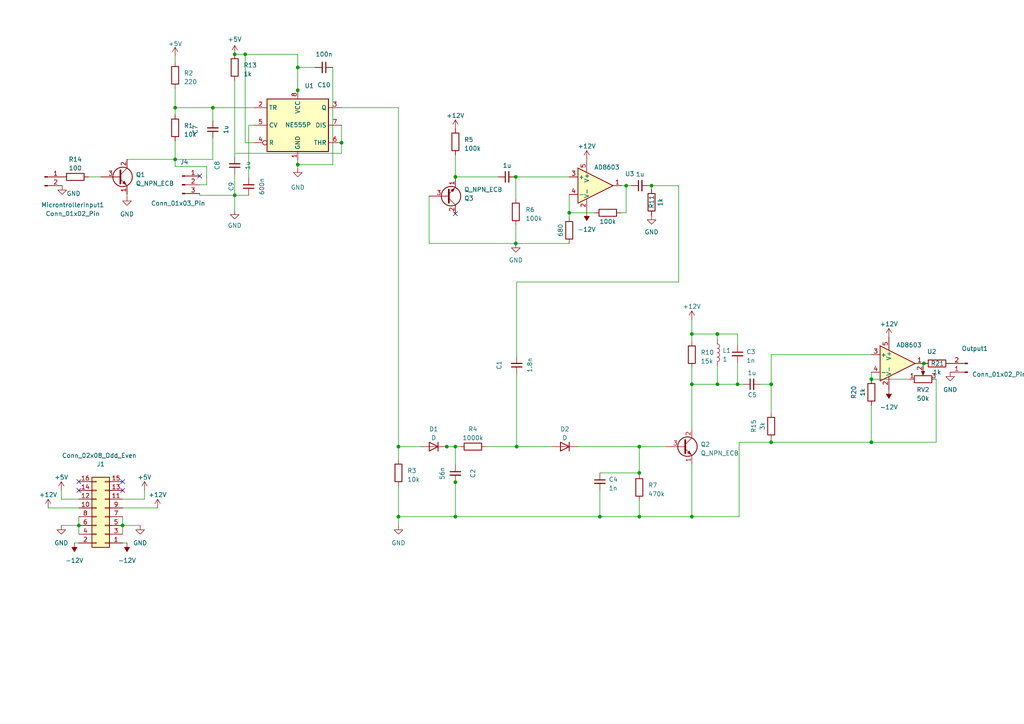
<source format=kicad_sch>
(kicad_sch (version 20230121) (generator eeschema)
  (paper "A4")
  (lib_symbols
    (symbol "Amplifier_Operational:AD8603" (pin_names (offset 0.127))
      (property "Reference" "U" (at 0 5.08 0))
      (property "Value" "AD8603" (at 0 -5.08 0))
      (symbol "AD8603_0_1"
        (polyline (pts (xy -5.08 5.08) (xy 5.08 0) (xy -5.08 -5.08) (xy -5.08 5.08)) (stroke (width 0.254)) (fill (type background)))
        (pin power_in line (at -2.54 -7.62 90) (length 3.81) (name "V-") (number "2"))
        (pin power_in line (at -2.54 7.62 270) (length 3.81) (name "V+") (number "5"))
      )
      (symbol "AD8603_1_1"
        (pin output line (at 7.62 0 180) (length 2.54) (name "~") (number "1"))
        (pin input line (at -7.62 2.54 0) (length 2.54) (name "+") (number "3"))
        (pin input line (at -7.62 -2.54 0) (length 2.54) (name "-") (number "4"))
      )
    )
    (symbol "Connector:Conn_01x02_Pin" (pin_names (offset 1.016) hide)
      (property "Reference" "J" (at 0 2.54 0))
      (property "Value" "Conn_01x02_Pin" (at 0 -5.08 0))
      (symbol "Conn_01x02_Pin_1_1"
        (polyline (pts (xy 1.27 -2.54) (xy 0.8636 -2.54)) (stroke (width 0.1524)))
        (polyline (pts (xy 1.27 0) (xy 0.8636 0)) (stroke (width 0.1524)))
        (rectangle (start 0.8636 -2.413) (end 0 -2.667) (stroke (width 0.1524)) (fill (type outline)))
        (rectangle (start 0.8636 0.127) (end 0 -0.127) (stroke (width 0.1524)) (fill (type outline)))
        (pin passive line (at 5.08 0 180) (length 3.81) (name "Pin_1") (number "1"))
        (pin passive line (at 5.08 -2.54 180) (length 3.81) (name "Pin_2") (number "2"))
      )
    )
    (symbol "Connector:Conn_01x03_Pin" (pin_names (offset 1.016) hide)
      (property "Reference" "J" (at 0 5.08 0))
      (property "Value" "Conn_01x03_Pin" (at 0 -5.08 0))
      (symbol "Conn_01x03_Pin_1_1"
        (polyline (pts (xy 1.27 -2.54) (xy 0.8636 -2.54)) (stroke (width 0.1524)))
        (polyline (pts (xy 1.27 0) (xy 0.8636 0)) (stroke (width 0.1524)))
        (polyline (pts (xy 1.27 2.54) (xy 0.8636 2.54)) (stroke (width 0.1524)))
        (rectangle (start 0.8636 -2.413) (end 0 -2.667) (stroke (width 0.1524)) (fill (type outline)))
        (rectangle (start 0.8636 0.127) (end 0 -0.127) (stroke (width 0.1524)) (fill (type outline)))
        (rectangle (start 0.8636 2.667) (end 0 2.413) (stroke (width 0.1524)) (fill (type outline)))
        (pin passive line (at 5.08 2.54 180) (length 3.81) (name "Pin_1") (number "1"))
        (pin passive line (at 5.08 0 180) (length 3.81) (name "Pin_2") (number "2"))
        (pin passive line (at 5.08 -2.54 180) (length 3.81) (name "Pin_3") (number "3"))
      )
    )
    (symbol "Connector_Generic:Conn_02x08_Odd_Even" (pin_names (offset 1.016) hide)
      (property "Reference" "J" (at 1.27 10.16 0))
      (property "Value" "Conn_02x08_Odd_Even" (at 1.27 -12.7 0))
      (symbol "Conn_02x08_Odd_Even_1_1"
        (rectangle (start -1.27 -10.033) (end 0 -10.287) (stroke (width 0.1524)))
        (rectangle (start -1.27 -7.493) (end 0 -7.747) (stroke (width 0.1524)))
        (rectangle (start -1.27 -4.953) (end 0 -5.207) (stroke (width 0.1524)))
        (rectangle (start -1.27 -2.413) (end 0 -2.667) (stroke (width 0.1524)))
        (rectangle (start -1.27 0.127) (end 0 -0.127) (stroke (width 0.1524)))
        (rectangle (start -1.27 2.667) (end 0 2.413) (stroke (width 0.1524)))
        (rectangle (start -1.27 5.207) (end 0 4.953) (stroke (width 0.1524)))
        (rectangle (start -1.27 7.747) (end 0 7.493) (stroke (width 0.1524)))
        (rectangle (start -1.27 8.89) (end 3.81 -11.43) (stroke (width 0.254)) (fill (type background)))
        (rectangle (start 3.81 -10.033) (end 2.54 -10.287) (stroke (width 0.1524)))
        (rectangle (start 3.81 -7.493) (end 2.54 -7.747) (stroke (width 0.1524)))
        (rectangle (start 3.81 -4.953) (end 2.54 -5.207) (stroke (width 0.1524)))
        (rectangle (start 3.81 -2.413) (end 2.54 -2.667) (stroke (width 0.1524)))
        (rectangle (start 3.81 0.127) (end 2.54 -0.127) (stroke (width 0.1524)))
        (rectangle (start 3.81 2.667) (end 2.54 2.413) (stroke (width 0.1524)))
        (rectangle (start 3.81 5.207) (end 2.54 4.953) (stroke (width 0.1524)))
        (rectangle (start 3.81 7.747) (end 2.54 7.493) (stroke (width 0.1524)))
        (pin passive line (at -5.08 7.62 0) (length 3.81) (name "Pin_1") (number "1"))
        (pin passive line (at 7.62 -2.54 180) (length 3.81) (name "Pin_10") (number "10"))
        (pin passive line (at -5.08 -5.08 0) (length 3.81) (name "Pin_11") (number "11"))
        (pin passive line (at 7.62 -5.08 180) (length 3.81) (name "Pin_12") (number "12"))
        (pin passive line (at -5.08 -7.62 0) (length 3.81) (name "Pin_13") (number "13"))
        (pin passive line (at 7.62 -7.62 180) (length 3.81) (name "Pin_14") (number "14"))
        (pin passive line (at -5.08 -10.16 0) (length 3.81) (name "Pin_15") (number "15"))
        (pin passive line (at 7.62 -10.16 180) (length 3.81) (name "Pin_16") (number "16"))
        (pin passive line (at 7.62 7.62 180) (length 3.81) (name "Pin_2") (number "2"))
        (pin passive line (at -5.08 5.08 0) (length 3.81) (name "Pin_3") (number "3"))
        (pin passive line (at 7.62 5.08 180) (length 3.81) (name "Pin_4") (number "4"))
        (pin passive line (at -5.08 2.54 0) (length 3.81) (name "Pin_5") (number "5"))
        (pin passive line (at 7.62 2.54 180) (length 3.81) (name "Pin_6") (number "6"))
        (pin passive line (at -5.08 0 0) (length 3.81) (name "Pin_7") (number "7"))
        (pin passive line (at 7.62 0 180) (length 3.81) (name "Pin_8") (number "8"))
        (pin passive line (at -5.08 -2.54 0) (length 3.81) (name "Pin_9") (number "9"))
      )
    )
    (symbol "Device:C_Small" (pin_numbers hide) (pin_names (offset 0.254) hide)
      (property "Reference" "C" (at 0.254 1.778 0))
      (property "Value" "C_Small" (at 0.254 -2.032 0))
      (symbol "C_Small_0_1"
        (polyline (pts (xy -1.524 -0.508) (xy 1.524 -0.508)) (stroke (width 0.3302)))
        (polyline (pts (xy -1.524 0.508) (xy 1.524 0.508)) (stroke (width 0.3048)))
      )
      (symbol "C_Small_1_1"
        (pin passive line (at 0 2.54 270) (length 2.032) (name "~") (number "1"))
        (pin passive line (at 0 -2.54 90) (length 2.032) (name "~") (number "2"))
      )
    )
    (symbol "Device:D" (pin_numbers hide) (pin_names (offset 1.016) hide)
      (property "Reference" "D" (at 0 2.54 0))
      (property "Value" "D" (at 0 -2.54 0))
      (symbol "D_0_1"
        (polyline (pts (xy -1.27 1.27) (xy -1.27 -1.27)) (stroke (width 0.254)))
        (polyline (pts (xy 1.27 0) (xy -1.27 0)))
        (polyline (pts (xy 1.27 1.27) (xy 1.27 -1.27) (xy -1.27 0) (xy 1.27 1.27)) (stroke (width 0.254)))
      )
      (symbol "D_1_1"
        (pin passive line (at -3.81 0 0) (length 2.54) (name "K") (number "1"))
        (pin passive line (at 3.81 0 180) (length 2.54) (name "A") (number "2"))
      )
    )
    (symbol "Device:L" (pin_numbers hide) (pin_names (offset 1.016) hide)
      (property "Reference" "L" (at -1.27 0 90))
      (property "Value" "L" (at 1.905 0 90))
      (symbol "L_0_1"
        (arc (start 0 -2.54) (mid 0.6323 -1.905) (end 0 -1.27))
        (arc (start 0 -1.27) (mid 0.6323 -0.635) (end 0 0))
        (arc (start 0 0) (mid 0.6323 0.635) (end 0 1.27))
        (arc (start 0 1.27) (mid 0.6323 1.905) (end 0 2.54))
      )
      (symbol "L_1_1"
        (pin passive line (at 0 3.81 270) (length 1.27) (name "1") (number "1"))
        (pin passive line (at 0 -3.81 90) (length 1.27) (name "2") (number "2"))
      )
    )
    (symbol "Device:Q_NPN_ECB" (pin_names (offset 0) hide)
      (property "Reference" "Q" (at 5.08 1.27 0))
      (property "Value" "Q_NPN_ECB" (at 5.08 -1.27 0))
      (symbol "Q_NPN_ECB_0_1"
        (polyline (pts (xy 0.635 0.635) (xy 2.54 2.54)))
        (polyline (pts (xy 0.635 -0.635) (xy 2.54 -2.54) (xy 2.54 -2.54)))
        (polyline (pts (xy 0.635 1.905) (xy 0.635 -1.905) (xy 0.635 -1.905)) (stroke (width 0.508)))
        (polyline (pts (xy 1.27 -1.778) (xy 1.778 -1.27) (xy 2.286 -2.286) (xy 1.27 -1.778) (xy 1.27 -1.778)) (fill (type outline)))
        (circle (center 1.27 0) (radius 2.8194) (stroke (width 0.254)))
      )
      (symbol "Q_NPN_ECB_1_1"
        (pin passive line (at 2.54 -5.08 90) (length 2.54) (name "E") (number "1"))
        (pin passive line (at 2.54 5.08 270) (length 2.54) (name "C") (number "2"))
        (pin passive line (at -5.08 0 0) (length 5.715) (name "B") (number "3"))
      )
    )
    (symbol "Device:R" (pin_numbers hide) (pin_names (offset 0))
      (property "Reference" "R" (at 2.032 0 90))
      (property "Value" "R" (at 0 0 90))
      (symbol "R_0_1"
        (rectangle (start -1.016 -2.54) (end 1.016 2.54) (stroke (width 0.254)))
      )
      (symbol "R_1_1"
        (pin passive line (at 0 3.81 270) (length 1.27) (name "~") (number "1"))
        (pin passive line (at 0 -3.81 90) (length 1.27) (name "~") (number "2"))
      )
    )
    (symbol "Device:R_Potentiometer" (pin_names (offset 1.016) hide)
      (property "Reference" "RV" (at -4.445 0 90))
      (property "Value" "R_Potentiometer" (at -2.54 0 90))
      (symbol "R_Potentiometer_0_1"
        (polyline (pts (xy 2.54 0) (xy 1.524 0)))
        (polyline (pts (xy 1.143 0) (xy 2.286 0.508) (xy 2.286 -0.508) (xy 1.143 0)) (fill (type outline)))
        (rectangle (start 1.016 2.54) (end -1.016 -2.54) (stroke (width 0.254)))
      )
      (symbol "R_Potentiometer_1_1"
        (pin passive line (at 0 3.81 270) (length 1.27) (name "1") (number "1"))
        (pin passive line (at 3.81 0 180) (length 1.27) (name "2") (number "2"))
        (pin passive line (at 0 -3.81 90) (length 1.27) (name "3") (number "3"))
      )
    )
    (symbol "Timer:NE555P"
      (property "Reference" "U" (at -10.16 8.89 0))
      (property "Value" "NE555P" (at 2.54 8.89 0))
      (symbol "NE555P_0_0"
        (pin power_in line (at 0 -10.16 90) (length 2.54) (name "GND") (number "1"))
        (pin power_in line (at 0 10.16 270) (length 2.54) (name "VCC") (number "8"))
      )
      (symbol "NE555P_0_1"
        (rectangle (start -8.89 -7.62) (end 8.89 7.62) (stroke (width 0.254)) (fill (type background)))
        (rectangle (start -8.89 -7.62) (end 8.89 7.62) (stroke (width 0.254)) (fill (type background)))
      )
      (symbol "NE555P_1_1"
        (pin input line (at -12.7 5.08 0) (length 3.81) (name "TR") (number "2"))
        (pin output line (at 12.7 5.08 180) (length 3.81) (name "Q") (number "3"))
        (pin input inverted (at -12.7 -5.08 0) (length 3.81) (name "R") (number "4"))
        (pin input line (at -12.7 0 0) (length 3.81) (name "CV") (number "5"))
        (pin input line (at 12.7 -5.08 180) (length 3.81) (name "THR") (number "6"))
        (pin input line (at 12.7 0 180) (length 3.81) (name "DIS") (number "7"))
      )
    )
    (symbol "power:+12V" (power) (pin_names (offset 0))
      (property "Value" "+12V" (at 0 3.556 0))
      (symbol "+12V_0_1"
        (polyline (pts (xy -0.762 1.27) (xy 0 2.54)))
        (polyline (pts (xy 0 0) (xy 0 2.54)))
        (polyline (pts (xy 0 2.54) (xy 0.762 1.27)))
      )
      (symbol "+12V_1_1"
        (pin power_in line (at 0 0 90) (length 0) hide (name "+12V") (number "1"))
      )
    )
    (symbol "power:+5V" (power) (pin_names (offset 0))
      (property "Value" "+5V" (at 0 3.556 0))
      (symbol "+5V_0_1"
        (polyline (pts (xy -0.762 1.27) (xy 0 2.54)))
        (polyline (pts (xy 0 0) (xy 0 2.54)))
        (polyline (pts (xy 0 2.54) (xy 0.762 1.27)))
      )
      (symbol "+5V_1_1"
        (pin power_in line (at 0 0 90) (length 0) hide (name "+5V") (number "1"))
      )
    )
    (symbol "power:-12V" (power) (pin_names (offset 0))
      (property "Value" "-12V" (at 0 3.81 0))
      (symbol "-12V_0_0"
        (pin power_in line (at 0 0 90) (length 0) hide (name "-12V") (number "1"))
      )
      (symbol "-12V_0_1"
        (polyline (pts (xy 0 0) (xy 0 1.27) (xy 0.762 1.27) (xy 0 2.54) (xy -0.762 1.27) (xy 0 1.27)) (fill (type outline)))
      )
    )
    (symbol "power:GND" (power) (pin_names (offset 0))
      (property "Value" "GND" (at 0 -3.81 0))
      (symbol "GND_0_1"
        (polyline (pts (xy 0 0) (xy 0 -1.27) (xy 1.27 -1.27) (xy 0 -2.54) (xy -1.27 -1.27) (xy 0 -1.27)))
      )
      (symbol "GND_1_1"
        (pin power_in line (at 0 0 270) (length 0) hide (name "GND") (number "1"))
      )
    )
  )
  (junction (at 149.606 51.308))
  (junction (at 115.57 149.86))
  (junction (at 115.57 129.54))
  (junction (at 252.73 128.27))
  (junction (at 50.8 31.242))
  (junction (at 132.08 129.54))
  (junction (at 35.56 152.4))
  (junction (at 200.66 149.86))
  (junction (at 71.12 15.748))
  (junction (at 50.8 46.228))
  (junction (at 68.072 15.748))
  (junction (at 208.0768 96.8756))
  (junction (at 223.6724 128.27))
  (junction (at 61.722 31.242))
  (junction (at 132.08 139.8524))
  (junction (at 22.86 152.4))
  (junction (at 185.42 149.86))
  (junction (at 185.42 137.16))
  (junction (at 213.9188 111.4552))
  (junction (at 200.66 96.8756))
  (junction (at 188.976 53.848))
  (junction (at 165.1 61.722))
  (junction (at 86.36 19.558))
  (junction (at 149.606 70.612))
  (junction (at 132.08 51.308))
  (junction (at 129.5908 129.54))
  (junction (at 252.73 109.982))
  (junction (at 99.06 41.402))
  (junction (at 86.36 26.162))
  (junction (at 267.97 105.41))
  (junction (at 181.61 53.848))
  (junction (at 86.36 47.752))
  (junction (at 200.66 111.4552))
  (junction (at 173.99 149.86))
  (junction (at 149.86 129.54))
  (junction (at 68.072 56.642))
  (junction (at 132.08 149.86))
  (junction (at 185.42 129.54))
  (junction (at 223.6724 111.4552))
  (junction (at 208.0768 111.4552))
  (no_connect (at 22.86 139.7))
  (no_connect (at 35.56 139.7))
  (no_connect (at 35.56 142.24))
  (no_connect (at 132.08 61.976))
  (no_connect (at 57.912 51.054))
  (no_connect (at 22.86 142.24))
  (wire (pts (xy 185.42 145.1864) (xy 185.42 149.86)))
  (wire (pts (xy 213.9188 111.4552) (xy 215.5444 111.4552)))
  (wire (pts (xy 50.8 31.242) (xy 50.8 33.274)))
  (wire (pts (xy 36.83 46.228) (xy 50.8 46.228)))
  (wire (pts (xy 196.85 53.848) (xy 188.976 53.848)))
  (wire (pts (xy 188.214 53.848) (xy 188.976 53.848)))
  (wire (pts (xy 200.66 106.68) (xy 200.66 111.4552)))
  (wire (pts (xy 213.9188 100.1268) (xy 213.9188 96.8756)))
  (wire (pts (xy 149.86 81.788) (xy 196.85 81.788)))
  (wire (pts (xy 140.97 129.54) (xy 149.86 129.54)))
  (wire (pts (xy 132.08 139.7) (xy 132.08 139.8524)))
  (wire (pts (xy 115.57 31.242) (xy 115.57 129.54)))
  (wire (pts (xy 22.86 152.4) (xy 22.86 154.94)))
  (wire (pts (xy 185.42 129.54) (xy 193.04 129.54)))
  (wire (pts (xy 86.36 15.748) (xy 71.12 15.748)))
  (wire (pts (xy 99.06 36.322) (xy 99.06 41.402)))
  (wire (pts (xy 68.072 56.642) (xy 68.072 60.96)))
  (wire (pts (xy 144.526 51.308) (xy 132.08 51.308)))
  (wire (pts (xy 72.136 51.562) (xy 72.136 36.322)))
  (wire (pts (xy 96.52 47.752) (xy 86.36 47.752)))
  (wire (pts (xy 68.072 56.642) (xy 72.136 56.642)))
  (wire (pts (xy 36.83 56.388) (xy 36.83 57.023)))
  (wire (pts (xy 86.36 47.752) (xy 86.36 48.768)))
  (wire (pts (xy 57.912 56.134) (xy 57.912 56.642)))
  (wire (pts (xy 17.78 144.78) (xy 22.86 144.78)))
  (wire (pts (xy 180.34 53.848) (xy 181.61 53.848)))
  (wire (pts (xy 99.06 44.45) (xy 99.06 41.402)))
  (wire (pts (xy 132.08 129.54) (xy 132.08 134.7724)))
  (wire (pts (xy 165.1 61.722) (xy 165.1 62.992)))
  (wire (pts (xy 21.59 157.48) (xy 22.86 157.48)))
  (wire (pts (xy 165.1 61.722) (xy 172.466 61.722)))
  (wire (pts (xy 72.136 36.322) (xy 73.66 36.322)))
  (wire (pts (xy 214.376 128.27) (xy 223.6724 128.27)))
  (wire (pts (xy 13.97 147.32) (xy 22.86 147.32)))
  (wire (pts (xy 196.85 81.788) (xy 196.85 53.848)))
  (wire (pts (xy 50.8 40.894) (xy 50.8 46.228)))
  (wire (pts (xy 132.08 149.86) (xy 173.99 149.86)))
  (wire (pts (xy 129.54 129.54) (xy 129.5908 129.54)))
  (wire (pts (xy 86.36 26.162) (xy 86.36 28.194)))
  (wire (pts (xy 59.944 48.26) (xy 59.944 53.594)))
  (wire (pts (xy 124.46 56.896) (xy 124.46 70.612)))
  (wire (pts (xy 115.57 149.86) (xy 115.57 152.4)))
  (wire (pts (xy 132.08 139.8524) (xy 132.08 149.86)))
  (wire (pts (xy 50.8 16.256) (xy 50.8 18.034)))
  (wire (pts (xy 71.12 15.748) (xy 68.072 15.748)))
  (wire (pts (xy 200.66 92.71) (xy 200.66 96.8756)))
  (wire (pts (xy 213.9188 96.8756) (xy 208.0768 96.8756)))
  (wire (pts (xy 35.56 147.32) (xy 45.72 147.32)))
  (wire (pts (xy 61.722 35.052) (xy 61.722 31.242)))
  (wire (pts (xy 165.1 56.388) (xy 165.1 61.722)))
  (wire (pts (xy 208.0768 106.1212) (xy 208.0768 111.4552)))
  (wire (pts (xy 223.6724 111.4552) (xy 223.6724 119.7864)))
  (wire (pts (xy 213.9188 105.2068) (xy 213.9188 111.4552)))
  (wire (pts (xy 73.66 41.402) (xy 71.12 41.402)))
  (wire (pts (xy 22.86 149.86) (xy 22.86 152.4)))
  (wire (pts (xy 188.976 53.848) (xy 188.976 54.864)))
  (wire (pts (xy 220.6244 111.4552) (xy 223.6724 111.4552)))
  (wire (pts (xy 214.376 128.27) (xy 214.376 149.86)))
  (wire (pts (xy 115.57 129.54) (xy 121.9708 129.54)))
  (wire (pts (xy 181.61 53.848) (xy 183.134 53.848)))
  (wire (pts (xy 59.944 53.594) (xy 57.912 53.594)))
  (wire (pts (xy 185.42 149.86) (xy 200.66 149.86)))
  (wire (pts (xy 185.42 129.54) (xy 185.42 137.16)))
  (wire (pts (xy 200.66 134.62) (xy 200.66 149.86)))
  (wire (pts (xy 61.722 31.242) (xy 73.66 31.242)))
  (wire (pts (xy 149.606 51.308) (xy 149.606 57.658)))
  (wire (pts (xy 200.66 96.8756) (xy 200.66 99.06)))
  (wire (pts (xy 223.6724 111.4552) (xy 223.6724 102.87)))
  (wire (pts (xy 263.906 109.982) (xy 252.73 109.982)))
  (wire (pts (xy 149.86 129.54) (xy 160.02 129.54)))
  (wire (pts (xy 99.06 31.242) (xy 115.57 31.242)))
  (wire (pts (xy 17.78 152.4) (xy 22.86 152.4)))
  (wire (pts (xy 223.6724 128.27) (xy 252.73 128.27)))
  (wire (pts (xy 86.36 46.482) (xy 86.36 47.752)))
  (wire (pts (xy 223.6724 102.87) (xy 252.73 102.87)))
  (wire (pts (xy 86.36 15.748) (xy 86.36 19.558)))
  (wire (pts (xy 129.5908 129.54) (xy 132.08 129.54)))
  (wire (pts (xy 61.722 40.132) (xy 61.722 46.228)))
  (wire (pts (xy 252.73 109.982) (xy 252.73 107.95)))
  (wire (pts (xy 35.56 152.4) (xy 40.64 152.4)))
  (wire (pts (xy 50.8 46.228) (xy 50.8 48.26)))
  (wire (pts (xy 50.8 48.26) (xy 59.944 48.26)))
  (wire (pts (xy 252.73 128.27) (xy 271.526 128.27)))
  (wire (pts (xy 91.44 19.558) (xy 86.36 19.558)))
  (wire (pts (xy 200.66 111.4552) (xy 208.0768 111.4552)))
  (wire (pts (xy 149.86 103.378) (xy 149.86 81.788)))
  (wire (pts (xy 57.912 56.642) (xy 68.072 56.642)))
  (wire (pts (xy 208.0768 111.4552) (xy 213.9188 111.4552)))
  (wire (pts (xy 165.1 70.612) (xy 149.606 70.612)))
  (wire (pts (xy 208.0768 98.5012) (xy 208.0768 96.8756)))
  (wire (pts (xy 180.086 61.722) (xy 181.61 61.722)))
  (wire (pts (xy 41.91 144.78) (xy 41.91 142.24)))
  (wire (pts (xy 35.56 149.86) (xy 35.56 152.4)))
  (wire (pts (xy 173.99 137.16) (xy 185.42 137.16)))
  (wire (pts (xy 124.46 70.612) (xy 149.606 70.612)))
  (wire (pts (xy 181.61 61.722) (xy 181.61 53.848)))
  (wire (pts (xy 35.56 152.4) (xy 35.56 154.94)))
  (wire (pts (xy 35.56 144.78) (xy 41.91 144.78)))
  (wire (pts (xy 115.57 129.54) (xy 115.57 133.35)))
  (wire (pts (xy 71.12 15.748) (xy 71.12 41.402)))
  (wire (pts (xy 96.52 19.558) (xy 96.52 47.752)))
  (wire (pts (xy 200.66 149.86) (xy 214.376 149.86)))
  (wire (pts (xy 86.36 19.558) (xy 86.36 26.162)))
  (wire (pts (xy 68.326 44.45) (xy 99.06 44.45)))
  (wire (pts (xy 61.722 31.242) (xy 50.8 31.242)))
  (wire (pts (xy 50.8 46.228) (xy 61.722 46.228)))
  (wire (pts (xy 68.072 23.368) (xy 68.072 45.466)))
  (wire (pts (xy 149.606 51.308) (xy 165.1 51.308)))
  (wire (pts (xy 35.56 157.48) (xy 36.83 157.48)))
  (wire (pts (xy 200.66 111.4552) (xy 200.66 124.46)))
  (wire (pts (xy 115.57 140.97) (xy 115.57 149.86)))
  (wire (pts (xy 167.64 129.54) (xy 185.42 129.54)))
  (wire (pts (xy 149.86 108.458) (xy 149.86 129.54)))
  (wire (pts (xy 17.78 142.24) (xy 17.78 144.78)))
  (wire (pts (xy 25.654 51.308) (xy 29.21 51.308)))
  (wire (pts (xy 223.6724 127.4064) (xy 223.6724 128.27)))
  (wire (pts (xy 50.8 25.654) (xy 50.8 31.242)))
  (wire (pts (xy 267.716 106.172) (xy 267.716 105.41)))
  (wire (pts (xy 208.0768 96.8756) (xy 200.66 96.8756)))
  (wire (pts (xy 132.08 44.958) (xy 132.08 51.308)))
  (wire (pts (xy 271.526 109.982) (xy 271.526 128.27)))
  (wire (pts (xy 252.73 117.602) (xy 252.73 128.27)))
  (wire (pts (xy 173.99 149.86) (xy 185.42 149.86)))
  (wire (pts (xy 267.716 105.41) (xy 267.97 105.41)))
  (wire (pts (xy 68.072 50.546) (xy 68.072 56.642)))
  (wire (pts (xy 185.42 137.16) (xy 185.42 137.5664)))
  (wire (pts (xy 149.606 65.278) (xy 149.606 70.612)))
  (wire (pts (xy 173.99 142.24) (xy 173.99 149.86)))
  (wire (pts (xy 132.08 129.54) (xy 133.35 129.54)))
  (wire (pts (xy 115.57 149.86) (xy 132.08 149.86)))
  (wire (pts (xy 132.08 51.308) (xy 132.08 51.816)))
  (symbol (lib_id "Device:R_Potentiometer") (at 267.716 109.982 90) (unit 1)
    (property "Reference" "RV2" (at 267.716 113.03 90))
    (property "Value" "50k" (at 267.716 115.57 90))
    (property "Footprint" "Connector_JST:JST_EH_S3B-EH_1x03_P2.50mm_Horizontal" (effects hide))
  )
  (symbol (lib_id "Device:R") (at 165.1 66.802 180) (unit 1)
    (property "Reference" "R8" (effects hide))
    (property "Value" "680" (at 162.56 66.802 90))
    (property "Footprint" "Resistor_SMD:R_1206_3216Metric_Pad1.30x1.75mm_HandSolder" (effects hide))
  )
  (symbol (lib_id "power:+5V") (at 50.8 16.256 0) (unit 1)
    (property "Reference" "#PWR015" (effects hide))
    (property "Value" "+5V" (at 50.8 12.7 0))
  )
  (symbol (lib_id "Connector_Generic:Conn_02x08_Odd_Even") (at 30.48 149.86 180) (unit 1)
    (property "Reference" "J1" (at 29.21 134.62 0))
    (property "Value" "Conn_02x08_Odd_Even" (at 28.8036 132.1308 0))
    (property "Footprint" "Connector_IDC:IDC-Header_2x08_P2.54mm_Vertical_SMD" (effects hide))
  )
  (symbol (lib_id "power:+5V") (at 68.072 15.748 0) (unit 1)
    (property "Reference" "#PWR013" (effects hide))
    (property "Value" "+5V" (at 68.072 11.43 0))
  )
  (symbol (lib_id "Device:R") (at 188.976 58.674 0) (unit 1)
    (property "Reference" "R11" (at 188.976 58.547 90))
    (property "Value" "1k" (at 191.516 58.674 90))
    (property "Footprint" "Resistor_SMD:R_1206_3216Metric_Pad1.30x1.75mm_HandSolder" (effects hide))
  )
  (symbol (lib_id "Device:Q_NPN_ECB") (at 34.29 51.308 0) (unit 1)
    (property "Reference" "Q1" (at 39.37 50.673 0) (effects (justify left)))
    (property "Value" "Q_NPN_ECB" (at 39.37 53.213 0) (effects (justify left)))
    (property "Footprint" "Package_TO_SOT_SMD:SOT-23-3" (effects hide))
  )
  (symbol (lib_id "power:GND") (at 40.64 152.4 0) (unit 1)
    (property "Reference" "#PWR04" (effects hide))
    (property "Value" "GND" (at 40.64 157.48 0))
  )
  (symbol (lib_id "Device:C_Small") (at 213.9188 102.6668 0) (unit 1)
    (property "Reference" "C3" (at 216.4588 102.0381 0) (effects (justify left)))
    (property "Value" "1n" (at 216.4588 104.5781 0) (effects (justify left)))
    (property "Footprint" "Capacitor_SMD:C_1206_3216Metric_Pad1.33x1.80mm_HandSolder" (effects hide))
  )
  (symbol (lib_id "power:-12V") (at 21.59 157.48 180) (unit 1)
    (property "Reference" "#PWR01" (effects hide))
    (property "Value" "-12V" (at 21.59 162.56 0))
  )
  (symbol (lib_id "power:GND") (at 18.034 53.848 0) (unit 1)
    (property "Reference" "#PWR020" (effects hide))
    (property "Value" "GND" (at 21.336 56.134 0))
  )
  (symbol (lib_id "Device:R") (at 21.844 51.308 90) (unit 1)
    (property "Reference" "R14" (at 21.844 46.228 90))
    (property "Value" "100" (at 21.844 48.768 90))
    (property "Footprint" "Resistor_SMD:R_1206_3216Metric_Pad1.30x1.75mm_HandSolder" (effects hide))
  )
  (symbol (lib_id "Device:C_Small") (at 149.86 105.918 180) (unit 1)
    (property "Reference" "C1" (at 144.78 105.9117 90))
    (property "Value" "1.8n" (at 153.67 105.918 90))
    (property "Footprint" "Capacitor_SMD:C_1206_3216Metric_Pad1.33x1.80mm_HandSolder" (effects hide))
  )
  (symbol (lib_id "Device:C_Small") (at 61.722 37.592 180) (unit 1)
    (property "Reference" "C7" (at 56.642 37.5857 90))
    (property "Value" "1u" (at 65.532 37.592 90))
    (property "Footprint" "Capacitor_SMD:C_1206_3216Metric_Pad1.33x1.80mm_HandSolder" (effects hide))
  )
  (symbol (lib_id "Device:Q_NPN_ECB") (at 129.54 56.896 0) (mirror x) (unit 1)
    (property "Reference" "Q3" (at 134.62 57.531 0) (effects (justify left)))
    (property "Value" "Q_NPN_ECB" (at 134.62 54.991 0) (effects (justify left)))
    (property "Footprint" "Package_TO_SOT_SMD:SOT-23-3" (effects hide))
  )
  (symbol (lib_id "Device:R") (at 223.6724 123.5964 180) (unit 1)
    (property "Reference" "R15" (at 218.5924 123.5964 90))
    (property "Value" "3k" (at 221.1324 123.5964 90))
    (property "Footprint" "Resistor_SMD:R_1206_3216Metric_Pad1.30x1.75mm_HandSolder" (effects hide))
  )
  (symbol (lib_id "power:+12V") (at 13.97 147.32 0) (unit 1)
    (property "Reference" "#PWR06" (effects hide))
    (property "Value" "+12V" (at 13.97 143.51 0))
  )
  (symbol (lib_id "Device:R") (at 68.072 19.558 0) (unit 1)
    (property "Reference" "R13" (at 70.612 18.923 0) (effects (justify left)))
    (property "Value" "1k" (at 70.612 21.463 0) (effects (justify left)))
    (property "Footprint" "Resistor_SMD:R_1206_3216Metric_Pad1.30x1.75mm_HandSolder" (effects hide))
  )
  (symbol (lib_id "power:+12V") (at 45.72 147.32 0) (unit 1)
    (property "Reference" "#PWR07" (effects hide))
    (property "Value" "+12V" (at 45.72 143.51 0))
  )
  (symbol (lib_id "power:GND") (at 275.59 107.95 0) (unit 1)
    (property "Reference" "#PWR017" (effects hide))
    (property "Value" "GND" (at 275.59 113.03 0))
  )
  (symbol (lib_id "Connector:Conn_01x03_Pin") (at 52.832 53.594 0) (unit 1)
    (property "Reference" "J4" (at 53.467 46.99 0))
    (property "Value" "Conn_01x03_Pin" (at 51.6636 58.9788 0))
    (property "Footprint" "Connector_JST:JST_EH_S3B-EH_1x03_P2.50mm_Horizontal" (effects hide))
  )
  (symbol (lib_id "Device:R") (at 200.66 102.87 0) (unit 1)
    (property "Reference" "R10" (at 203.2 102.235 0) (effects (justify left)))
    (property "Value" "15k" (at 203.2 104.775 0) (effects (justify left)))
    (property "Footprint" "Resistor_SMD:R_1206_3216Metric_Pad1.30x1.75mm_HandSolder" (effects hide))
  )
  (symbol (lib_id "power:+5V") (at 17.78 142.24 0) (unit 1)
    (property "Reference" "#PWR09" (effects hide))
    (property "Value" "+5V" (at 17.78 138.43 0))
  )
  (symbol (lib_id "Connector:Conn_01x02_Pin") (at 12.954 51.308 0) (unit 1)
    (property "Reference" "MicrontrollerInput1" (at 21.082 59.436 0))
    (property "Value" "Conn_01x02_Pin" (at 21.082 61.976 0))
    (property "Footprint" "Connector_JST:JST_EH_S2B-EH_1x02_P2.50mm_Horizontal" (effects hide))
  )
  (symbol (lib_id "Amplifier_Operational:AD8603") (at 260.35 105.41 0) (unit 1)
    (property "Reference" "U2" (at 270.256 101.9811 0))
    (property "Value" "AD8603" (at 263.652 100.076 0))
    (property "Footprint" "Package_TO_SOT_SMD:TSOT-23-5" (effects hide))
    (property "Datasheet" "https://www.analog.com/media/en/technical-documentation/data-sheets/AD8603_8607_8609.pdf" (effects hide))
  )
  (symbol (lib_id "power:GND") (at 188.976 62.484 0) (unit 1)
    (property "Reference" "#PWR025" (effects hide))
    (property "Value" "GND" (at 188.976 67.31 0))
  )
  (symbol (lib_id "power:GND") (at 149.606 70.612 0) (unit 1)
    (property "Reference" "#PWR022" (effects hide))
    (property "Value" "GND" (at 149.606 75.438 0))
  )
  (symbol (lib_id "power:GND") (at 68.072 60.96 0) (unit 1)
    (property "Reference" "#PWR014" (effects hide))
    (property "Value" "GND" (at 68.072 65.405 0))
  )
  (symbol (lib_id "Device:C_Small") (at 173.99 139.7 0) (unit 1)
    (property "Reference" "C4" (at 176.53 139.0713 0) (effects (justify left)))
    (property "Value" "1n" (at 176.53 141.6113 0) (effects (justify left)))
    (property "Footprint" "Capacitor_SMD:C_1206_3216Metric_Pad1.33x1.80mm_HandSolder" (effects hide))
  )
  (symbol (lib_id "Device:C_Small") (at 218.0844 111.4552 90) (unit 1)
    (property "Reference" "C5" (at 218.186 114.554 90))
    (property "Value" "1u" (at 218.0907 108.1532 90))
    (property "Footprint" "Capacitor_SMD:C_1206_3216Metric_Pad1.33x1.80mm_HandSolder" (effects hide))
  )
  (symbol (lib_id "power:GND") (at 115.57 152.4 0) (unit 1)
    (property "Reference" "#PWR012" (effects hide))
    (property "Value" "GND" (at 115.57 157.48 0))
  )
  (symbol (lib_id "Device:R") (at 132.08 41.148 0) (unit 1)
    (property "Reference" "R5" (at 134.62 40.513 0) (effects (justify left)))
    (property "Value" "100k" (at 134.62 43.053 0) (effects (justify left)))
    (property "Footprint" "Resistor_SMD:R_1206_3216Metric_Pad1.30x1.75mm_HandSolder" (effects hide))
  )
  (symbol (lib_id "Connector:Conn_01x02_Pin") (at 280.67 107.95 180) (unit 1)
    (property "Reference" "Output1" (at 278.892 101.092 0) (effects (justify right)))
    (property "Value" "Conn_01x02_Pin" (at 281.94 108.585 0) (effects (justify right)))
    (property "Footprint" "Connector_JST:JST_EH_S2B-EH_1x02_P2.50mm_Horizontal" (effects hide))
  )
  (symbol (lib_id "Device:C_Small") (at 72.136 54.102 180) (unit 1)
    (property "Reference" "C9" (at 67.056 54.0957 90))
    (property "Value" "600n" (at 75.946 54.102 90))
    (property "Footprint" "Capacitor_SMD:C_1206_3216Metric_Pad1.33x1.80mm_HandSolder" (effects hide))
  )
  (symbol (lib_id "power:+5V") (at 41.91 142.24 0) (unit 1)
    (property "Reference" "#PWR08" (effects hide))
    (property "Value" "+5V" (at 41.91 138.43 0))
  )
  (symbol (lib_id "Timer:NE555P") (at 86.36 36.322 0) (unit 1)
    (property "Reference" "U1" (at 88.3159 24.892 0) (effects (justify left)))
    (property "Value" "NE555P" (at 82.6516 36.2204 0) (effects (justify left)))
    (property "Footprint" "Package_DIP:DIP-8_W7.62mm" (effects hide))
    (property "Datasheet" "http://www.ti.com/lit/ds/symlink/ne555.pdf" (effects hide))
  )
  (symbol (lib_id "Device:L") (at 208.0768 102.3112 0) (unit 1)
    (property "Reference" "L1" (at 209.55 101.6762 0) (effects (justify left)))
    (property "Value" "1" (at 209.55 104.2162 0) (effects (justify left)))
    (property "Footprint" "Inductor_SMD:L_1206_3216Metric_Pad1.42x1.75mm_HandSolder" (effects hide))
  )
  (symbol (lib_id "Device:R") (at 176.276 61.722 270) (unit 1)
    (property "Reference" "R9" (effects hide))
    (property "Value" "100k" (at 176.276 64.262 90))
    (property "Footprint" "Resistor_SMD:R_1206_3216Metric_Pad1.30x1.75mm_HandSolder" (effects hide))
  )
  (symbol (lib_id "power:+12V") (at 170.18 46.228 0) (unit 1)
    (property "Reference" "#PWR023" (effects hide))
    (property "Value" "+12V" (at 170.18 42.418 0))
  )
  (symbol (lib_id "power:GND") (at 36.83 57.023 0) (unit 1)
    (property "Reference" "#PWR018" (effects hide))
    (property "Value" "GND" (at 36.83 62.103 0))
  )
  (symbol (lib_id "Device:R") (at 185.42 141.3764 0) (unit 1)
    (property "Reference" "R7" (at 187.96 140.7414 0) (effects (justify left)))
    (property "Value" "470k" (at 187.96 143.2814 0) (effects (justify left)))
    (property "Footprint" "Resistor_SMD:R_1206_3216Metric_Pad1.30x1.75mm_HandSolder" (effects hide))
  )
  (symbol (lib_id "power:-12V") (at 36.83 157.48 180) (unit 1)
    (property "Reference" "#PWR03" (effects hide))
    (property "Value" "-12V" (at 36.83 162.56 0))
  )
  (symbol (lib_id "power:+12V") (at 200.66 92.71 0) (unit 1)
    (property "Reference" "#PWR010" (effects hide))
    (property "Value" "+12V" (at 200.66 88.9 0))
  )
  (symbol (lib_id "Device:R") (at 50.8 37.084 0) (unit 1)
    (property "Reference" "R1" (at 53.34 36.449 0) (effects (justify left)))
    (property "Value" "10k" (at 53.34 38.989 0) (effects (justify left)))
    (property "Footprint" "Resistor_SMD:R_1206_3216Metric_Pad1.30x1.75mm_HandSolder" (effects hide))
  )
  (symbol (lib_id "power:-12V") (at 170.18 61.468 180) (unit 1)
    (property "Reference" "#PWR024" (effects hide))
    (property "Value" "-12V" (at 170.18 66.548 0))
  )
  (symbol (lib_id "Device:R") (at 115.57 137.16 0) (unit 1)
    (property "Reference" "R3" (at 118.11 136.525 0) (effects (justify left)))
    (property "Value" "10k" (at 118.11 139.065 0) (effects (justify left)))
    (property "Footprint" "Resistor_SMD:R_1206_3216Metric_Pad1.30x1.75mm_HandSolder" (effects hide))
  )
  (symbol (lib_id "Device:C_Small") (at 185.674 53.848 90) (unit 1)
    (property "Reference" "C11" (effects hide))
    (property "Value" "1u" (at 185.6803 50.546 90))
    (property "Footprint" "Capacitor_SMD:C_1206_3216Metric_Pad1.33x1.80mm_HandSolder" (effects hide))
  )
  (symbol (lib_id "Device:R") (at 50.8 21.844 0) (unit 1)
    (property "Reference" "R2" (at 53.34 21.209 0) (effects (justify left)))
    (property "Value" "220" (at 53.34 23.749 0) (effects (justify left)))
    (property "Footprint" "Resistor_SMD:R_1206_3216Metric_Pad1.30x1.75mm_HandSolder" (effects hide))
  )
  (symbol (lib_id "Amplifier_Operational:AD8603") (at 172.72 53.848 0) (unit 1)
    (property "Reference" "U3" (at 182.626 50.4191 0))
    (property "Value" "AD8603" (at 176.022 48.514 0))
    (property "Footprint" "Package_TO_SOT_SMD:TSOT-23-5" (effects hide))
    (property "Datasheet" "https://www.analog.com/media/en/technical-documentation/data-sheets/AD8603_8607_8609.pdf" (effects hide))
  )
  (symbol (lib_id "Device:R") (at 137.16 129.54 90) (unit 1)
    (property "Reference" "R4" (at 137.16 124.46 90))
    (property "Value" "1000k" (at 137.16 127 90))
    (property "Footprint" "Resistor_SMD:R_1206_3216Metric_Pad1.30x1.75mm_HandSolder" (effects hide))
  )
  (symbol (lib_id "Device:R") (at 271.78 105.41 270) (unit 1)
    (property "Reference" "R21" (at 271.907 105.41 90))
    (property "Value" "1k" (at 271.78 107.95 90))
    (property "Footprint" "Resistor_SMD:R_1206_3216Metric_Pad1.30x1.75mm_HandSolder" (effects hide))
  )
  (symbol (lib_id "Device:C_Small") (at 132.08 137.3124 0) (unit 1)
    (property "Reference" "C2" (at 137.16 137.3187 90))
    (property "Value" "56n" (at 128.27 137.3124 90))
    (property "Footprint" "Capacitor_SMD:C_1206_3216Metric_Pad1.33x1.80mm_HandSolder" (effects hide))
  )
  (symbol (lib_id "Device:C_Small") (at 147.066 51.308 90) (unit 1)
    (property "Reference" "C6" (effects hide))
    (property "Value" "1u" (at 147.0723 48.006 90))
    (property "Footprint" "Capacitor_SMD:C_1206_3216Metric_Pad1.33x1.80mm_HandSolder" (effects hide))
  )
  (symbol (lib_id "Device:Q_NPN_ECB") (at 198.12 129.54 0) (unit 1)
    (property "Reference" "Q2" (at 203.2 128.905 0) (effects (justify left)))
    (property "Value" "Q_NPN_ECB" (at 203.2 131.445 0) (effects (justify left)))
    (property "Footprint" "Package_TO_SOT_SMD:SOT-23-3" (effects hide))
  )
  (symbol (lib_id "Device:D") (at 163.83 129.54 180) (unit 1)
    (property "Reference" "D2" (at 163.83 124.46 0))
    (property "Value" "D" (at 163.83 127 0))
    (property "Footprint" "Diode_SMD:D_1206_3216Metric_Pad1.42x1.75mm_HandSolder" (effects hide))
    (property "Sim.Device" "D" (effects hide))
    (property "Sim.Pins" "1=K 2=A" (effects hide))
  )
  (symbol (lib_id "Device:R") (at 149.606 61.468 0) (unit 1)
    (property "Reference" "R6" (at 152.4 60.833 0) (effects (justify left)))
    (property "Value" "100k" (at 152.4 63.373 0) (effects (justify left)))
    (property "Footprint" "Resistor_SMD:R_1206_3216Metric_Pad1.30x1.75mm_HandSolder" (effects hide))
  )
  (symbol (lib_id "Device:D") (at 125.7808 129.54 180) (unit 1)
    (property "Reference" "D1" (at 125.7808 124.46 0))
    (property "Value" "D" (at 125.7808 127 0))
    (property "Footprint" "Diode_SMD:D_1206_3216Metric_Pad1.42x1.75mm_HandSolder" (effects hide))
    (property "Sim.Device" "D" (effects hide))
    (property "Sim.Pins" "1=K 2=A" (effects hide))
  )
  (symbol (lib_id "Device:R") (at 252.73 113.792 180) (unit 1)
    (property "Reference" "R20" (at 247.65 113.792 90))
    (property "Value" "1k" (at 250.19 113.792 90))
    (property "Footprint" "Resistor_SMD:R_1206_3216Metric_Pad1.30x1.75mm_HandSolder" (effects hide))
  )
  (symbol (lib_id "power:GND") (at 17.78 152.4 0) (unit 1)
    (property "Reference" "#PWR05" (effects hide))
    (property "Value" "GND" (at 17.78 157.48 0))
  )
  (symbol (lib_id "power:+12V") (at 132.08 37.338 0) (unit 1)
    (property "Reference" "#PWR021" (effects hide))
    (property "Value" "+12V" (at 132.08 33.528 0))
  )
  (symbol (lib_id "Device:C_Small") (at 68.072 48.006 180) (unit 1)
    (property "Reference" "C8" (at 62.992 47.9997 90))
    (property "Value" "1u" (at 71.882 48.006 90))
    (property "Footprint" "Capacitor_SMD:C_1206_3216Metric_Pad1.33x1.80mm_HandSolder" (effects hide))
  )
  (symbol (lib_id "power:GND") (at 86.36 48.768 0) (unit 1)
    (property "Reference" "#PWR016" (effects hide))
    (property "Value" "GND" (at 86.36 54.356 0))
  )
  (symbol (lib_id "Device:C_Small") (at 93.98 19.558 270) (unit 1)
    (property "Reference" "C10" (at 93.9737 24.638 90))
    (property "Value" "100n" (at 93.98 15.748 90))
    (property "Footprint" "Capacitor_SMD:C_1206_3216Metric_Pad1.33x1.80mm_HandSolder" (effects hide))
  )
  (symbol (lib_id "power:-12V") (at 257.81 113.03 180) (unit 1)
    (property "Reference" "#PWR011" (effects hide))
    (property "Value" "-12V" (at 257.81 118.11 0))
  )
  (symbol (lib_id "power:+12V") (at 257.81 97.79 0) (unit 1)
    (property "Reference" "#PWR02" (effects hide))
    (property "Value" "+12V" (at 257.81 93.98 0))
  )
)
</source>
